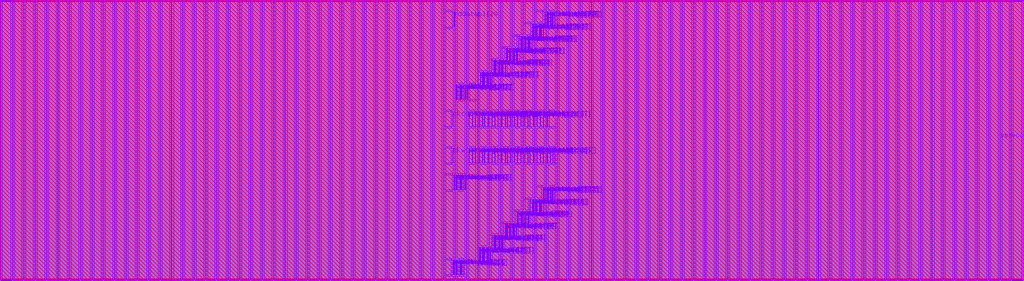
<source format=lef>
VERSION 5.8 ;
BUSBITCHARS "[]" ;
DIVIDERCHAR "/" ;

UNITS
  DATABASE MICRONS 4000 ;
END UNITS

PROPERTYDEFINITIONS
  MACRO hpml_layer STRING ;
  MACRO heml_layer STRING ;
END PROPERTYDEFINITIONS

MACRO arf028b256e2r2w0cbbeheaa4acw
  CLASS BLOCK ;
  FOREIGN arf028b256e2r2w0cbbeheaa4acw ;
  ORIGIN 0 0 ;
  SIZE 81 BY 22.08 ;
  PIN ckrdp0
    DIRECTION INPUT ;
    USE SIGNAL ;
    PORT
      LAYER m7 ;
        RECT 35.784 12.12 35.828 13.32 ;
    END
  END ckrdp0
  PIN ckrdp1
    DIRECTION INPUT ;
    USE SIGNAL ;
    PORT
      LAYER m7 ;
        RECT 40.112 12.12 40.156 13.32 ;
    END
  END ckrdp1
  PIN ckwrp0
    DIRECTION INPUT ;
    USE SIGNAL ;
    PORT
      LAYER m7 ;
        RECT 35.784 9.24 35.828 10.44 ;
    END
  END ckwrp0
  PIN ckwrp1
    DIRECTION INPUT ;
    USE SIGNAL ;
    PORT
      LAYER m7 ;
        RECT 40.372 9.24 40.416 10.44 ;
    END
  END ckwrp1
  PIN rdaddrp0[0]
    DIRECTION INPUT ;
    USE SIGNAL ;
    PORT
      LAYER m7 ;
        RECT 38.144 12.12 38.188 13.32 ;
    END
  END rdaddrp0[0]
  PIN rdaddrp0[1]
    DIRECTION INPUT ;
    USE SIGNAL ;
    PORT
      LAYER m7 ;
        RECT 38.312 12.12 38.356 13.32 ;
    END
  END rdaddrp0[1]
  PIN rdaddrp0[2]
    DIRECTION INPUT ;
    USE SIGNAL ;
    PORT
      LAYER m7 ;
        RECT 38.572 12.12 38.616 13.32 ;
    END
  END rdaddrp0[2]
  PIN rdaddrp0[3]
    DIRECTION INPUT ;
    USE SIGNAL ;
    PORT
      LAYER m7 ;
        RECT 38.872 12.12 38.916 13.32 ;
    END
  END rdaddrp0[3]
  PIN rdaddrp0[4]
    DIRECTION INPUT ;
    USE SIGNAL ;
    PORT
      LAYER m7 ;
        RECT 39.128 12.12 39.172 13.32 ;
    END
  END rdaddrp0[4]
  PIN rdaddrp0[5]
    DIRECTION INPUT ;
    USE SIGNAL ;
    PORT
      LAYER m7 ;
        RECT 39.384 12.12 39.428 13.32 ;
    END
  END rdaddrp0[5]
  PIN rdaddrp0[6]
    DIRECTION INPUT ;
    USE SIGNAL ;
    PORT
      LAYER m7 ;
        RECT 39.684 12.12 39.728 13.32 ;
    END
  END rdaddrp0[6]
  PIN rdaddrp0[7]
    DIRECTION INPUT ;
    USE SIGNAL ;
    PORT
      LAYER m7 ;
        RECT 39.944 12.12 39.988 13.32 ;
    END
  END rdaddrp0[7]
  PIN rdaddrp0_fd
    DIRECTION INPUT ;
    USE SIGNAL ;
    PORT
      LAYER m7 ;
        RECT 37.072 12.12 37.116 13.32 ;
    END
  END rdaddrp0_fd
  PIN rdaddrp0_rd
    DIRECTION INPUT ;
    USE SIGNAL ;
    PORT
      LAYER m7 ;
        RECT 37.328 12.12 37.372 13.32 ;
    END
  END rdaddrp0_rd
  PIN rdaddrp1[0]
    DIRECTION INPUT ;
    USE SIGNAL ;
    PORT
      LAYER m7 ;
        RECT 41.484 12.12 41.528 13.32 ;
    END
  END rdaddrp1[0]
  PIN rdaddrp1[1]
    DIRECTION INPUT ;
    USE SIGNAL ;
    PORT
      LAYER m7 ;
        RECT 41.744 12.12 41.788 13.32 ;
    END
  END rdaddrp1[1]
  PIN rdaddrp1[2]
    DIRECTION INPUT ;
    USE SIGNAL ;
    PORT
      LAYER m7 ;
        RECT 41.912 12.12 41.956 13.32 ;
    END
  END rdaddrp1[2]
  PIN rdaddrp1[3]
    DIRECTION INPUT ;
    USE SIGNAL ;
    PORT
      LAYER m7 ;
        RECT 42.172 12.12 42.216 13.32 ;
    END
  END rdaddrp1[3]
  PIN rdaddrp1[4]
    DIRECTION INPUT ;
    USE SIGNAL ;
    PORT
      LAYER m7 ;
        RECT 42.472 12.12 42.516 13.32 ;
    END
  END rdaddrp1[4]
  PIN rdaddrp1[5]
    DIRECTION INPUT ;
    USE SIGNAL ;
    PORT
      LAYER m7 ;
        RECT 42.728 12.12 42.772 13.32 ;
    END
  END rdaddrp1[5]
  PIN rdaddrp1[6]
    DIRECTION INPUT ;
    USE SIGNAL ;
    PORT
      LAYER m7 ;
        RECT 42.984 12.12 43.028 13.32 ;
    END
  END rdaddrp1[6]
  PIN rdaddrp1[7]
    DIRECTION INPUT ;
    USE SIGNAL ;
    PORT
      LAYER m7 ;
        RECT 43.284 12.12 43.328 13.32 ;
    END
  END rdaddrp1[7]
  PIN rdaddrp1_fd
    DIRECTION INPUT ;
    USE SIGNAL ;
    PORT
      LAYER m7 ;
        RECT 40.372 12.12 40.416 13.32 ;
    END
  END rdaddrp1_fd
  PIN rdaddrp1_rd
    DIRECTION INPUT ;
    USE SIGNAL ;
    PORT
      LAYER m7 ;
        RECT 40.672 12.12 40.716 13.32 ;
    END
  END rdaddrp1_rd
  PIN rdenp0
    DIRECTION INPUT ;
    USE SIGNAL ;
    PORT
      LAYER m7 ;
        RECT 37.584 12.12 37.628 13.32 ;
    END
  END rdenp0
  PIN rdenp1
    DIRECTION INPUT ;
    USE SIGNAL ;
    PORT
      LAYER m7 ;
        RECT 40.928 12.12 40.972 13.32 ;
    END
  END rdenp1
  PIN sdl_initp0
    DIRECTION INPUT ;
    USE SIGNAL ;
    PORT
      LAYER m7 ;
        RECT 37.884 12.12 37.928 13.32 ;
    END
  END sdl_initp0
  PIN sdl_initp1
    DIRECTION INPUT ;
    USE SIGNAL ;
    PORT
      LAYER m7 ;
        RECT 41.184 12.12 41.228 13.32 ;
    END
  END sdl_initp1
  PIN wraddrp0[0]
    DIRECTION INPUT ;
    USE SIGNAL ;
    PORT
      LAYER m7 ;
        RECT 38.312 9.24 38.356 10.44 ;
    END
  END wraddrp0[0]
  PIN wraddrp0[1]
    DIRECTION INPUT ;
    USE SIGNAL ;
    PORT
      LAYER m7 ;
        RECT 38.572 9.24 38.616 10.44 ;
    END
  END wraddrp0[1]
  PIN wraddrp0[2]
    DIRECTION INPUT ;
    USE SIGNAL ;
    PORT
      LAYER m7 ;
        RECT 38.872 9.24 38.916 10.44 ;
    END
  END wraddrp0[2]
  PIN wraddrp0[3]
    DIRECTION INPUT ;
    USE SIGNAL ;
    PORT
      LAYER m7 ;
        RECT 39.128 9.24 39.172 10.44 ;
    END
  END wraddrp0[3]
  PIN wraddrp0[4]
    DIRECTION INPUT ;
    USE SIGNAL ;
    PORT
      LAYER m7 ;
        RECT 39.384 9.24 39.428 10.44 ;
    END
  END wraddrp0[4]
  PIN wraddrp0[5]
    DIRECTION INPUT ;
    USE SIGNAL ;
    PORT
      LAYER m7 ;
        RECT 39.684 9.24 39.728 10.44 ;
    END
  END wraddrp0[5]
  PIN wraddrp0[6]
    DIRECTION INPUT ;
    USE SIGNAL ;
    PORT
      LAYER m7 ;
        RECT 39.944 9.24 39.988 10.44 ;
    END
  END wraddrp0[6]
  PIN wraddrp0[7]
    DIRECTION INPUT ;
    USE SIGNAL ;
    PORT
      LAYER m7 ;
        RECT 40.112 9.24 40.156 10.44 ;
    END
  END wraddrp0[7]
  PIN wraddrp0_fd
    DIRECTION INPUT ;
    USE SIGNAL ;
    PORT
      LAYER m7 ;
        RECT 37.072 9.24 37.116 10.44 ;
    END
  END wraddrp0_fd
  PIN wraddrp0_rd
    DIRECTION INPUT ;
    USE SIGNAL ;
    PORT
      LAYER m7 ;
        RECT 37.328 9.24 37.372 10.44 ;
    END
  END wraddrp0_rd
  PIN wraddrp1[0]
    DIRECTION INPUT ;
    USE SIGNAL ;
    PORT
      LAYER m7 ;
        RECT 41.912 9.24 41.956 10.44 ;
    END
  END wraddrp1[0]
  PIN wraddrp1[1]
    DIRECTION INPUT ;
    USE SIGNAL ;
    PORT
      LAYER m7 ;
        RECT 42.172 9.24 42.216 10.44 ;
    END
  END wraddrp1[1]
  PIN wraddrp1[2]
    DIRECTION INPUT ;
    USE SIGNAL ;
    PORT
      LAYER m7 ;
        RECT 42.472 9.24 42.516 10.44 ;
    END
  END wraddrp1[2]
  PIN wraddrp1[3]
    DIRECTION INPUT ;
    USE SIGNAL ;
    PORT
      LAYER m7 ;
        RECT 42.728 9.24 42.772 10.44 ;
    END
  END wraddrp1[3]
  PIN wraddrp1[4]
    DIRECTION INPUT ;
    USE SIGNAL ;
    PORT
      LAYER m7 ;
        RECT 42.984 9.24 43.028 10.44 ;
    END
  END wraddrp1[4]
  PIN wraddrp1[5]
    DIRECTION INPUT ;
    USE SIGNAL ;
    PORT
      LAYER m7 ;
        RECT 43.284 9.24 43.328 10.44 ;
    END
  END wraddrp1[5]
  PIN wraddrp1[6]
    DIRECTION INPUT ;
    USE SIGNAL ;
    PORT
      LAYER m7 ;
        RECT 43.544 9.24 43.588 10.44 ;
    END
  END wraddrp1[6]
  PIN wraddrp1[7]
    DIRECTION INPUT ;
    USE SIGNAL ;
    PORT
      LAYER m7 ;
        RECT 43.712 9.24 43.756 10.44 ;
    END
  END wraddrp1[7]
  PIN wraddrp1_fd
    DIRECTION INPUT ;
    USE SIGNAL ;
    PORT
      LAYER m7 ;
        RECT 40.672 9.24 40.716 10.44 ;
    END
  END wraddrp1_fd
  PIN wraddrp1_rd
    DIRECTION INPUT ;
    USE SIGNAL ;
    PORT
      LAYER m7 ;
        RECT 40.928 9.24 40.972 10.44 ;
    END
  END wraddrp1_rd
  PIN wrdatap0[0]
    DIRECTION INPUT ;
    USE SIGNAL ;
    PORT
      LAYER m7 ;
        RECT 35.784 0.36 35.828 1.56 ;
    END
  END wrdatap0[0]
  PIN wrdatap0[10]
    DIRECTION INPUT ;
    USE SIGNAL ;
    PORT
      LAYER m7 ;
        RECT 41.912 5.16 41.956 6.36 ;
    END
  END wrdatap0[10]
  PIN wrdatap0[11]
    DIRECTION INPUT ;
    USE SIGNAL ;
    PORT
      LAYER m7 ;
        RECT 42.084 5.16 42.128 6.36 ;
    END
  END wrdatap0[11]
  PIN wrdatap0[12]
    DIRECTION INPUT ;
    USE SIGNAL ;
    PORT
      LAYER m7 ;
        RECT 42.984 6.12 43.028 7.32 ;
    END
  END wrdatap0[12]
  PIN wrdatap0[13]
    DIRECTION INPUT ;
    USE SIGNAL ;
    PORT
      LAYER m7 ;
        RECT 43.072 6.12 43.116 7.32 ;
    END
  END wrdatap0[13]
  PIN wrdatap0[14]
    DIRECTION INPUT ;
    USE SIGNAL ;
    PORT
      LAYER m7 ;
        RECT 35.872 7.08 35.916 8.28 ;
    END
  END wrdatap0[14]
  PIN wrdatap0[15]
    DIRECTION INPUT ;
    USE SIGNAL ;
    PORT
      LAYER m7 ;
        RECT 36.084 7.08 36.128 8.28 ;
    END
  END wrdatap0[15]
  PIN wrdatap0[16]
    DIRECTION INPUT ;
    USE SIGNAL ;
    PORT
      LAYER m7 ;
        RECT 36.084 14.28 36.128 15.48 ;
    END
  END wrdatap0[16]
  PIN wrdatap0[17]
    DIRECTION INPUT ;
    USE SIGNAL ;
    PORT
      LAYER m7 ;
        RECT 36.172 14.28 36.216 15.48 ;
    END
  END wrdatap0[17]
  PIN wrdatap0[18]
    DIRECTION INPUT ;
    USE SIGNAL ;
    PORT
      LAYER m7 ;
        RECT 37.972 15.24 38.016 16.44 ;
    END
  END wrdatap0[18]
  PIN wrdatap0[19]
    DIRECTION INPUT ;
    USE SIGNAL ;
    PORT
      LAYER m7 ;
        RECT 38.144 15.24 38.188 16.44 ;
    END
  END wrdatap0[19]
  PIN wrdatap0[1]
    DIRECTION INPUT ;
    USE SIGNAL ;
    PORT
      LAYER m7 ;
        RECT 35.872 0.36 35.916 1.56 ;
    END
  END wrdatap0[1]
  PIN wrdatap0[20]
    DIRECTION INPUT ;
    USE SIGNAL ;
    PORT
      LAYER m7 ;
        RECT 39.044 16.2 39.088 17.4 ;
    END
  END wrdatap0[20]
  PIN wrdatap0[21]
    DIRECTION INPUT ;
    USE SIGNAL ;
    PORT
      LAYER m7 ;
        RECT 39.128 16.2 39.172 17.4 ;
    END
  END wrdatap0[21]
  PIN wrdatap0[22]
    DIRECTION INPUT ;
    USE SIGNAL ;
    PORT
      LAYER m7 ;
        RECT 40.028 17.16 40.072 18.36 ;
    END
  END wrdatap0[22]
  PIN wrdatap0[23]
    DIRECTION INPUT ;
    USE SIGNAL ;
    PORT
      LAYER m7 ;
        RECT 40.112 17.16 40.156 18.36 ;
    END
  END wrdatap0[23]
  PIN wrdatap0[24]
    DIRECTION INPUT ;
    USE SIGNAL ;
    PORT
      LAYER m7 ;
        RECT 41.012 18.12 41.056 19.32 ;
    END
  END wrdatap0[24]
  PIN wrdatap0[25]
    DIRECTION INPUT ;
    USE SIGNAL ;
    PORT
      LAYER m7 ;
        RECT 41.184 18.12 41.228 19.32 ;
    END
  END wrdatap0[25]
  PIN wrdatap0[26]
    DIRECTION INPUT ;
    USE SIGNAL ;
    PORT
      LAYER m7 ;
        RECT 42.084 19.08 42.128 20.28 ;
    END
  END wrdatap0[26]
  PIN wrdatap0[27]
    DIRECTION INPUT ;
    USE SIGNAL ;
    PORT
      LAYER m7 ;
        RECT 42.172 19.08 42.216 20.28 ;
    END
  END wrdatap0[27]
  PIN wrdatap0[28]
    DIRECTION INPUT ;
    USE SIGNAL ;
    PORT
      LAYER m7 ;
        RECT 43.072 20.04 43.116 21.24 ;
    END
  END wrdatap0[28]
  PIN wrdatap0[29]
    DIRECTION INPUT ;
    USE SIGNAL ;
    PORT
      LAYER m7 ;
        RECT 43.284 20.04 43.328 21.24 ;
    END
  END wrdatap0[29]
  PIN wrdatap0[2]
    DIRECTION INPUT ;
    USE SIGNAL ;
    PORT
      LAYER m7 ;
        RECT 37.884 1.32 37.928 2.52 ;
    END
  END wrdatap0[2]
  PIN wrdatap0[3]
    DIRECTION INPUT ;
    USE SIGNAL ;
    PORT
      LAYER m7 ;
        RECT 37.972 1.32 38.016 2.52 ;
    END
  END wrdatap0[3]
  PIN wrdatap0[4]
    DIRECTION INPUT ;
    USE SIGNAL ;
    PORT
      LAYER m7 ;
        RECT 38.872 2.28 38.916 3.48 ;
    END
  END wrdatap0[4]
  PIN wrdatap0[5]
    DIRECTION INPUT ;
    USE SIGNAL ;
    PORT
      LAYER m7 ;
        RECT 39.044 2.28 39.088 3.48 ;
    END
  END wrdatap0[5]
  PIN wrdatap0[6]
    DIRECTION INPUT ;
    USE SIGNAL ;
    PORT
      LAYER m7 ;
        RECT 39.944 3.24 39.988 4.44 ;
    END
  END wrdatap0[6]
  PIN wrdatap0[7]
    DIRECTION INPUT ;
    USE SIGNAL ;
    PORT
      LAYER m7 ;
        RECT 40.028 3.24 40.072 4.44 ;
    END
  END wrdatap0[7]
  PIN wrdatap0[8]
    DIRECTION INPUT ;
    USE SIGNAL ;
    PORT
      LAYER m7 ;
        RECT 40.928 4.2 40.972 5.4 ;
    END
  END wrdatap0[8]
  PIN wrdatap0[9]
    DIRECTION INPUT ;
    USE SIGNAL ;
    PORT
      LAYER m7 ;
        RECT 41.012 4.2 41.056 5.4 ;
    END
  END wrdatap0[9]
  PIN wrdatap0_fd
    DIRECTION INPUT ;
    USE SIGNAL ;
    PORT
      LAYER m7 ;
        RECT 37.884 9.24 37.928 10.44 ;
    END
  END wrdatap0_fd
  PIN wrdatap0_rd
    DIRECTION INPUT ;
    USE SIGNAL ;
    PORT
      LAYER m7 ;
        RECT 38.144 9.24 38.188 10.44 ;
    END
  END wrdatap0_rd
  PIN wrdatap1[0]
    DIRECTION INPUT ;
    USE SIGNAL ;
    PORT
      LAYER m7 ;
        RECT 36.084 0.36 36.128 1.56 ;
    END
  END wrdatap1[0]
  PIN wrdatap1[10]
    DIRECTION INPUT ;
    USE SIGNAL ;
    PORT
      LAYER m7 ;
        RECT 42.172 5.16 42.216 6.36 ;
    END
  END wrdatap1[10]
  PIN wrdatap1[11]
    DIRECTION INPUT ;
    USE SIGNAL ;
    PORT
      LAYER m7 ;
        RECT 42.384 5.16 42.428 6.36 ;
    END
  END wrdatap1[11]
  PIN wrdatap1[12]
    DIRECTION INPUT ;
    USE SIGNAL ;
    PORT
      LAYER m7 ;
        RECT 43.284 6.12 43.328 7.32 ;
    END
  END wrdatap1[12]
  PIN wrdatap1[13]
    DIRECTION INPUT ;
    USE SIGNAL ;
    PORT
      LAYER m7 ;
        RECT 43.372 6.12 43.416 7.32 ;
    END
  END wrdatap1[13]
  PIN wrdatap1[14]
    DIRECTION INPUT ;
    USE SIGNAL ;
    PORT
      LAYER m7 ;
        RECT 36.172 7.08 36.216 8.28 ;
    END
  END wrdatap1[14]
  PIN wrdatap1[15]
    DIRECTION INPUT ;
    USE SIGNAL ;
    PORT
      LAYER m7 ;
        RECT 36.344 7.08 36.388 8.28 ;
    END
  END wrdatap1[15]
  PIN wrdatap1[16]
    DIRECTION INPUT ;
    USE SIGNAL ;
    PORT
      LAYER m7 ;
        RECT 36.344 14.28 36.388 15.48 ;
    END
  END wrdatap1[16]
  PIN wrdatap1[17]
    DIRECTION INPUT ;
    USE SIGNAL ;
    PORT
      LAYER m7 ;
        RECT 36.428 14.28 36.472 15.48 ;
    END
  END wrdatap1[17]
  PIN wrdatap1[18]
    DIRECTION INPUT ;
    USE SIGNAL ;
    PORT
      LAYER m7 ;
        RECT 38.228 15.24 38.272 16.44 ;
    END
  END wrdatap1[18]
  PIN wrdatap1[19]
    DIRECTION INPUT ;
    USE SIGNAL ;
    PORT
      LAYER m7 ;
        RECT 38.312 15.24 38.356 16.44 ;
    END
  END wrdatap1[19]
  PIN wrdatap1[1]
    DIRECTION INPUT ;
    USE SIGNAL ;
    PORT
      LAYER m7 ;
        RECT 36.172 0.36 36.216 1.56 ;
    END
  END wrdatap1[1]
  PIN wrdatap1[20]
    DIRECTION INPUT ;
    USE SIGNAL ;
    PORT
      LAYER m7 ;
        RECT 39.212 16.2 39.256 17.4 ;
    END
  END wrdatap1[20]
  PIN wrdatap1[21]
    DIRECTION INPUT ;
    USE SIGNAL ;
    PORT
      LAYER m7 ;
        RECT 39.384 16.2 39.428 17.4 ;
    END
  END wrdatap1[21]
  PIN wrdatap1[22]
    DIRECTION INPUT ;
    USE SIGNAL ;
    PORT
      LAYER m7 ;
        RECT 40.284 17.16 40.328 18.36 ;
    END
  END wrdatap1[22]
  PIN wrdatap1[23]
    DIRECTION INPUT ;
    USE SIGNAL ;
    PORT
      LAYER m7 ;
        RECT 40.372 17.16 40.416 18.36 ;
    END
  END wrdatap1[23]
  PIN wrdatap1[24]
    DIRECTION INPUT ;
    USE SIGNAL ;
    PORT
      LAYER m7 ;
        RECT 41.272 18.12 41.316 19.32 ;
    END
  END wrdatap1[24]
  PIN wrdatap1[25]
    DIRECTION INPUT ;
    USE SIGNAL ;
    PORT
      LAYER m7 ;
        RECT 41.484 18.12 41.528 19.32 ;
    END
  END wrdatap1[25]
  PIN wrdatap1[26]
    DIRECTION INPUT ;
    USE SIGNAL ;
    PORT
      LAYER m7 ;
        RECT 42.384 19.08 42.428 20.28 ;
    END
  END wrdatap1[26]
  PIN wrdatap1[27]
    DIRECTION INPUT ;
    USE SIGNAL ;
    PORT
      LAYER m7 ;
        RECT 42.472 19.08 42.516 20.28 ;
    END
  END wrdatap1[27]
  PIN wrdatap1[28]
    DIRECTION INPUT ;
    USE SIGNAL ;
    PORT
      LAYER m7 ;
        RECT 43.372 20.04 43.416 21.24 ;
    END
  END wrdatap1[28]
  PIN wrdatap1[29]
    DIRECTION INPUT ;
    USE SIGNAL ;
    PORT
      LAYER m7 ;
        RECT 43.544 20.04 43.588 21.24 ;
    END
  END wrdatap1[29]
  PIN wrdatap1[2]
    DIRECTION INPUT ;
    USE SIGNAL ;
    PORT
      LAYER m7 ;
        RECT 38.144 1.32 38.188 2.52 ;
    END
  END wrdatap1[2]
  PIN wrdatap1[3]
    DIRECTION INPUT ;
    USE SIGNAL ;
    PORT
      LAYER m7 ;
        RECT 38.228 1.32 38.272 2.52 ;
    END
  END wrdatap1[3]
  PIN wrdatap1[4]
    DIRECTION INPUT ;
    USE SIGNAL ;
    PORT
      LAYER m7 ;
        RECT 39.128 2.28 39.172 3.48 ;
    END
  END wrdatap1[4]
  PIN wrdatap1[5]
    DIRECTION INPUT ;
    USE SIGNAL ;
    PORT
      LAYER m7 ;
        RECT 39.212 2.28 39.256 3.48 ;
    END
  END wrdatap1[5]
  PIN wrdatap1[6]
    DIRECTION INPUT ;
    USE SIGNAL ;
    PORT
      LAYER m7 ;
        RECT 40.112 3.24 40.156 4.44 ;
    END
  END wrdatap1[6]
  PIN wrdatap1[7]
    DIRECTION INPUT ;
    USE SIGNAL ;
    PORT
      LAYER m7 ;
        RECT 40.284 3.24 40.328 4.44 ;
    END
  END wrdatap1[7]
  PIN wrdatap1[8]
    DIRECTION INPUT ;
    USE SIGNAL ;
    PORT
      LAYER m7 ;
        RECT 41.184 4.2 41.228 5.4 ;
    END
  END wrdatap1[8]
  PIN wrdatap1[9]
    DIRECTION INPUT ;
    USE SIGNAL ;
    PORT
      LAYER m7 ;
        RECT 41.272 4.2 41.316 5.4 ;
    END
  END wrdatap1[9]
  PIN wrdatap1_fd
    DIRECTION INPUT ;
    USE SIGNAL ;
    PORT
      LAYER m7 ;
        RECT 41.484 9.24 41.528 10.44 ;
    END
  END wrdatap1_fd
  PIN wrdatap1_rd
    DIRECTION INPUT ;
    USE SIGNAL ;
    PORT
      LAYER m7 ;
        RECT 41.744 9.24 41.788 10.44 ;
    END
  END wrdatap1_rd
  PIN wrenp0
    DIRECTION INPUT ;
    USE SIGNAL ;
    PORT
      LAYER m7 ;
        RECT 37.584 9.24 37.628 10.44 ;
    END
  END wrenp0
  PIN wrenp1
    DIRECTION INPUT ;
    USE SIGNAL ;
    PORT
      LAYER m7 ;
        RECT 41.184 9.24 41.228 10.44 ;
    END
  END wrenp1
  PIN rddatap0[0]
    DIRECTION OUTPUT ;
    USE SIGNAL ;
    PORT
      LAYER m7 ;
        RECT 36.344 0.36 36.388 1.56 ;
    END
  END rddatap0[0]
  PIN rddatap0[10]
    DIRECTION OUTPUT ;
    USE SIGNAL ;
    PORT
      LAYER m7 ;
        RECT 42.472 5.16 42.516 6.36 ;
    END
  END rddatap0[10]
  PIN rddatap0[11]
    DIRECTION OUTPUT ;
    USE SIGNAL ;
    PORT
      LAYER m7 ;
        RECT 42.644 5.16 42.688 6.36 ;
    END
  END rddatap0[11]
  PIN rddatap0[12]
    DIRECTION OUTPUT ;
    USE SIGNAL ;
    PORT
      LAYER m7 ;
        RECT 43.544 6.12 43.588 7.32 ;
    END
  END rddatap0[12]
  PIN rddatap0[13]
    DIRECTION OUTPUT ;
    USE SIGNAL ;
    PORT
      LAYER m7 ;
        RECT 43.628 6.12 43.672 7.32 ;
    END
  END rddatap0[13]
  PIN rddatap0[14]
    DIRECTION OUTPUT ;
    USE SIGNAL ;
    PORT
      LAYER m7 ;
        RECT 36.428 7.08 36.472 8.28 ;
    END
  END rddatap0[14]
  PIN rddatap0[15]
    DIRECTION OUTPUT ;
    USE SIGNAL ;
    PORT
      LAYER m7 ;
        RECT 36.512 7.08 36.556 8.28 ;
    END
  END rddatap0[15]
  PIN rddatap0[16]
    DIRECTION OUTPUT ;
    USE SIGNAL ;
    PORT
      LAYER m7 ;
        RECT 36.512 14.28 36.556 15.48 ;
    END
  END rddatap0[16]
  PIN rddatap0[17]
    DIRECTION OUTPUT ;
    USE SIGNAL ;
    PORT
      LAYER m7 ;
        RECT 36.684 14.28 36.728 15.48 ;
    END
  END rddatap0[17]
  PIN rddatap0[18]
    DIRECTION OUTPUT ;
    USE SIGNAL ;
    PORT
      LAYER m7 ;
        RECT 38.484 15.24 38.528 16.44 ;
    END
  END rddatap0[18]
  PIN rddatap0[19]
    DIRECTION OUTPUT ;
    USE SIGNAL ;
    PORT
      LAYER m7 ;
        RECT 38.572 15.24 38.616 16.44 ;
    END
  END rddatap0[19]
  PIN rddatap0[1]
    DIRECTION OUTPUT ;
    USE SIGNAL ;
    PORT
      LAYER m7 ;
        RECT 36.428 0.36 36.472 1.56 ;
    END
  END rddatap0[1]
  PIN rddatap0[20]
    DIRECTION OUTPUT ;
    USE SIGNAL ;
    PORT
      LAYER m7 ;
        RECT 39.472 16.2 39.516 17.4 ;
    END
  END rddatap0[20]
  PIN rddatap0[21]
    DIRECTION OUTPUT ;
    USE SIGNAL ;
    PORT
      LAYER m7 ;
        RECT 39.684 16.2 39.728 17.4 ;
    END
  END rddatap0[21]
  PIN rddatap0[22]
    DIRECTION OUTPUT ;
    USE SIGNAL ;
    PORT
      LAYER m7 ;
        RECT 40.584 17.16 40.628 18.36 ;
    END
  END rddatap0[22]
  PIN rddatap0[23]
    DIRECTION OUTPUT ;
    USE SIGNAL ;
    PORT
      LAYER m7 ;
        RECT 40.672 17.16 40.716 18.36 ;
    END
  END rddatap0[23]
  PIN rddatap0[24]
    DIRECTION OUTPUT ;
    USE SIGNAL ;
    PORT
      LAYER m7 ;
        RECT 41.572 18.12 41.616 19.32 ;
    END
  END rddatap0[24]
  PIN rddatap0[25]
    DIRECTION OUTPUT ;
    USE SIGNAL ;
    PORT
      LAYER m7 ;
        RECT 41.744 18.12 41.788 19.32 ;
    END
  END rddatap0[25]
  PIN rddatap0[26]
    DIRECTION OUTPUT ;
    USE SIGNAL ;
    PORT
      LAYER m7 ;
        RECT 42.644 19.08 42.688 20.28 ;
    END
  END rddatap0[26]
  PIN rddatap0[27]
    DIRECTION OUTPUT ;
    USE SIGNAL ;
    PORT
      LAYER m7 ;
        RECT 42.728 19.08 42.772 20.28 ;
    END
  END rddatap0[27]
  PIN rddatap0[28]
    DIRECTION OUTPUT ;
    USE SIGNAL ;
    PORT
      LAYER m7 ;
        RECT 43.628 20.04 43.672 21.24 ;
    END
  END rddatap0[28]
  PIN rddatap0[29]
    DIRECTION OUTPUT ;
    USE SIGNAL ;
    PORT
      LAYER m7 ;
        RECT 43.712 20.04 43.756 21.24 ;
    END
  END rddatap0[29]
  PIN rddatap0[2]
    DIRECTION OUTPUT ;
    USE SIGNAL ;
    PORT
      LAYER m7 ;
        RECT 38.312 1.32 38.356 2.52 ;
    END
  END rddatap0[2]
  PIN rddatap0[3]
    DIRECTION OUTPUT ;
    USE SIGNAL ;
    PORT
      LAYER m7 ;
        RECT 38.484 1.32 38.528 2.52 ;
    END
  END rddatap0[3]
  PIN rddatap0[4]
    DIRECTION OUTPUT ;
    USE SIGNAL ;
    PORT
      LAYER m7 ;
        RECT 39.384 2.28 39.428 3.48 ;
    END
  END rddatap0[4]
  PIN rddatap0[5]
    DIRECTION OUTPUT ;
    USE SIGNAL ;
    PORT
      LAYER m7 ;
        RECT 39.472 2.28 39.516 3.48 ;
    END
  END rddatap0[5]
  PIN rddatap0[6]
    DIRECTION OUTPUT ;
    USE SIGNAL ;
    PORT
      LAYER m7 ;
        RECT 40.372 3.24 40.416 4.44 ;
    END
  END rddatap0[6]
  PIN rddatap0[7]
    DIRECTION OUTPUT ;
    USE SIGNAL ;
    PORT
      LAYER m7 ;
        RECT 40.584 3.24 40.628 4.44 ;
    END
  END rddatap0[7]
  PIN rddatap0[8]
    DIRECTION OUTPUT ;
    USE SIGNAL ;
    PORT
      LAYER m7 ;
        RECT 41.484 4.2 41.528 5.4 ;
    END
  END rddatap0[8]
  PIN rddatap0[9]
    DIRECTION OUTPUT ;
    USE SIGNAL ;
    PORT
      LAYER m7 ;
        RECT 41.572 4.2 41.616 5.4 ;
    END
  END rddatap0[9]
  PIN rddatap1[0]
    DIRECTION OUTPUT ;
    USE SIGNAL ;
    PORT
      LAYER m7 ;
        RECT 36.512 0.36 36.556 1.56 ;
    END
  END rddatap1[0]
  PIN rddatap1[10]
    DIRECTION OUTPUT ;
    USE SIGNAL ;
    PORT
      LAYER m7 ;
        RECT 42.728 5.16 42.772 6.36 ;
    END
  END rddatap1[10]
  PIN rddatap1[11]
    DIRECTION OUTPUT ;
    USE SIGNAL ;
    PORT
      LAYER m7 ;
        RECT 42.812 5.16 42.856 6.36 ;
    END
  END rddatap1[11]
  PIN rddatap1[12]
    DIRECTION OUTPUT ;
    USE SIGNAL ;
    PORT
      LAYER m7 ;
        RECT 43.712 6.12 43.756 7.32 ;
    END
  END rddatap1[12]
  PIN rddatap1[13]
    DIRECTION OUTPUT ;
    USE SIGNAL ;
    PORT
      LAYER m7 ;
        RECT 43.884 6.12 43.928 7.32 ;
    END
  END rddatap1[13]
  PIN rddatap1[14]
    DIRECTION OUTPUT ;
    USE SIGNAL ;
    PORT
      LAYER m7 ;
        RECT 36.684 7.08 36.728 8.28 ;
    END
  END rddatap1[14]
  PIN rddatap1[15]
    DIRECTION OUTPUT ;
    USE SIGNAL ;
    PORT
      LAYER m7 ;
        RECT 36.772 7.08 36.816 8.28 ;
    END
  END rddatap1[15]
  PIN rddatap1[16]
    DIRECTION OUTPUT ;
    USE SIGNAL ;
    PORT
      LAYER m7 ;
        RECT 36.772 14.28 36.816 15.48 ;
    END
  END rddatap1[16]
  PIN rddatap1[17]
    DIRECTION OUTPUT ;
    USE SIGNAL ;
    PORT
      LAYER m7 ;
        RECT 36.984 14.28 37.028 15.48 ;
    END
  END rddatap1[17]
  PIN rddatap1[18]
    DIRECTION OUTPUT ;
    USE SIGNAL ;
    PORT
      LAYER m7 ;
        RECT 38.784 15.24 38.828 16.44 ;
    END
  END rddatap1[18]
  PIN rddatap1[19]
    DIRECTION OUTPUT ;
    USE SIGNAL ;
    PORT
      LAYER m7 ;
        RECT 38.872 15.24 38.916 16.44 ;
    END
  END rddatap1[19]
  PIN rddatap1[1]
    DIRECTION OUTPUT ;
    USE SIGNAL ;
    PORT
      LAYER m7 ;
        RECT 36.684 0.36 36.728 1.56 ;
    END
  END rddatap1[1]
  PIN rddatap1[20]
    DIRECTION OUTPUT ;
    USE SIGNAL ;
    PORT
      LAYER m7 ;
        RECT 39.772 16.2 39.816 17.4 ;
    END
  END rddatap1[20]
  PIN rddatap1[21]
    DIRECTION OUTPUT ;
    USE SIGNAL ;
    PORT
      LAYER m7 ;
        RECT 39.944 16.2 39.988 17.4 ;
    END
  END rddatap1[21]
  PIN rddatap1[22]
    DIRECTION OUTPUT ;
    USE SIGNAL ;
    PORT
      LAYER m7 ;
        RECT 40.844 17.16 40.888 18.36 ;
    END
  END rddatap1[22]
  PIN rddatap1[23]
    DIRECTION OUTPUT ;
    USE SIGNAL ;
    PORT
      LAYER m7 ;
        RECT 40.928 17.16 40.972 18.36 ;
    END
  END rddatap1[23]
  PIN rddatap1[24]
    DIRECTION OUTPUT ;
    USE SIGNAL ;
    PORT
      LAYER m7 ;
        RECT 41.828 18.12 41.872 19.32 ;
    END
  END rddatap1[24]
  PIN rddatap1[25]
    DIRECTION OUTPUT ;
    USE SIGNAL ;
    PORT
      LAYER m7 ;
        RECT 41.912 18.12 41.956 19.32 ;
    END
  END rddatap1[25]
  PIN rddatap1[26]
    DIRECTION OUTPUT ;
    USE SIGNAL ;
    PORT
      LAYER m7 ;
        RECT 42.812 19.08 42.856 20.28 ;
    END
  END rddatap1[26]
  PIN rddatap1[27]
    DIRECTION OUTPUT ;
    USE SIGNAL ;
    PORT
      LAYER m7 ;
        RECT 42.984 19.08 43.028 20.28 ;
    END
  END rddatap1[27]
  PIN rddatap1[28]
    DIRECTION OUTPUT ;
    USE SIGNAL ;
    PORT
      LAYER m7 ;
        RECT 43.884 20.04 43.928 21.24 ;
    END
  END rddatap1[28]
  PIN rddatap1[29]
    DIRECTION OUTPUT ;
    USE SIGNAL ;
    PORT
      LAYER m7 ;
        RECT 35.872 20.04 35.916 21.24 ;
    END
  END rddatap1[29]
  PIN rddatap1[2]
    DIRECTION OUTPUT ;
    USE SIGNAL ;
    PORT
      LAYER m7 ;
        RECT 38.572 1.32 38.616 2.52 ;
    END
  END rddatap1[2]
  PIN rddatap1[3]
    DIRECTION OUTPUT ;
    USE SIGNAL ;
    PORT
      LAYER m7 ;
        RECT 38.784 1.32 38.828 2.52 ;
    END
  END rddatap1[3]
  PIN rddatap1[4]
    DIRECTION OUTPUT ;
    USE SIGNAL ;
    PORT
      LAYER m7 ;
        RECT 39.684 2.28 39.728 3.48 ;
    END
  END rddatap1[4]
  PIN rddatap1[5]
    DIRECTION OUTPUT ;
    USE SIGNAL ;
    PORT
      LAYER m7 ;
        RECT 39.772 2.28 39.816 3.48 ;
    END
  END rddatap1[5]
  PIN rddatap1[6]
    DIRECTION OUTPUT ;
    USE SIGNAL ;
    PORT
      LAYER m7 ;
        RECT 40.672 3.24 40.716 4.44 ;
    END
  END rddatap1[6]
  PIN rddatap1[7]
    DIRECTION OUTPUT ;
    USE SIGNAL ;
    PORT
      LAYER m7 ;
        RECT 40.844 3.24 40.888 4.44 ;
    END
  END rddatap1[7]
  PIN rddatap1[8]
    DIRECTION OUTPUT ;
    USE SIGNAL ;
    PORT
      LAYER m7 ;
        RECT 41.744 4.2 41.788 5.4 ;
    END
  END rddatap1[8]
  PIN rddatap1[9]
    DIRECTION OUTPUT ;
    USE SIGNAL ;
    PORT
      LAYER m7 ;
        RECT 41.828 4.2 41.872 5.4 ;
    END
  END rddatap1[9]
  PIN vcc
    DIRECTION INPUT ;
    USE POWER ;
    PORT
      LAYER m7 ;
        RECT 0.862 0.06 0.938 22.02 ;
        RECT 2.662 0.06 2.738 22.02 ;
        RECT 4.462 0.06 4.538 22.02 ;
        RECT 6.262 0.06 6.338 22.02 ;
        RECT 8.062 0.06 8.138 22.02 ;
        RECT 9.862 0.06 9.938 22.02 ;
        RECT 11.662 0.06 11.738 22.02 ;
        RECT 13.462 0.06 13.538 22.02 ;
        RECT 15.262 0.06 15.338 22.02 ;
        RECT 17.062 0.06 17.138 22.02 ;
        RECT 18.862 0.06 18.938 22.02 ;
        RECT 20.662 0.06 20.738 22.02 ;
        RECT 22.462 0.06 22.538 22.02 ;
        RECT 24.262 0.06 24.338 22.02 ;
        RECT 26.062 0.06 26.138 22.02 ;
        RECT 27.862 0.06 27.938 22.02 ;
        RECT 29.662 0.06 29.738 22.02 ;
        RECT 31.462 0.06 31.538 22.02 ;
        RECT 33.262 0.06 33.338 22.02 ;
        RECT 35.062 0.06 35.138 22.02 ;
        RECT 36.862 0.06 36.938 22.02 ;
        RECT 38.662 0.06 38.738 22.02 ;
        RECT 40.462 0.06 40.538 22.02 ;
        RECT 42.262 0.06 42.338 22.02 ;
        RECT 44.062 0.06 44.138 22.02 ;
        RECT 45.862 0.06 45.938 22.02 ;
        RECT 47.662 0.06 47.738 22.02 ;
        RECT 49.462 0.06 49.538 22.02 ;
        RECT 51.262 0.06 51.338 22.02 ;
        RECT 53.062 0.06 53.138 22.02 ;
        RECT 54.862 0.06 54.938 22.02 ;
        RECT 56.662 0.06 56.738 22.02 ;
        RECT 58.462 0.06 58.538 22.02 ;
        RECT 60.262 0.06 60.338 22.02 ;
        RECT 62.062 0.06 62.138 22.02 ;
        RECT 63.862 0.06 63.938 22.02 ;
        RECT 65.662 0.06 65.738 22.02 ;
        RECT 67.462 0.06 67.538 22.02 ;
        RECT 69.262 0.06 69.338 22.02 ;
        RECT 71.062 0.06 71.138 22.02 ;
        RECT 72.862 0.06 72.938 22.02 ;
        RECT 74.662 0.06 74.738 22.02 ;
        RECT 76.462 0.06 76.538 22.02 ;
        RECT 78.262 0.06 78.338 22.02 ;
        RECT 80.062 0.06 80.138 22.02 ;
    END
  END vcc
  PIN vss
    DIRECTION INOUT ;
    USE GROUND ;
    PORT
      LAYER m7 ;
        RECT 1.762 0.06 1.838 22.02 ;
        RECT 3.562 0.06 3.638 22.02 ;
        RECT 5.362 0.06 5.438 22.02 ;
        RECT 7.162 0.06 7.238 22.02 ;
        RECT 8.962 0.06 9.038 22.02 ;
        RECT 10.762 0.06 10.838 22.02 ;
        RECT 12.562 0.06 12.638 22.02 ;
        RECT 14.362 0.06 14.438 22.02 ;
        RECT 16.162 0.06 16.238 22.02 ;
        RECT 17.962 0.06 18.038 22.02 ;
        RECT 19.762 0.06 19.838 22.02 ;
        RECT 21.562 0.06 21.638 22.02 ;
        RECT 23.362 0.06 23.438 22.02 ;
        RECT 25.162 0.06 25.238 22.02 ;
        RECT 26.962 0.06 27.038 22.02 ;
        RECT 28.762 0.06 28.838 22.02 ;
        RECT 30.562 0.06 30.638 22.02 ;
        RECT 32.362 0.06 32.438 22.02 ;
        RECT 34.162 0.06 34.238 22.02 ;
        RECT 35.962 0.06 36.038 22.02 ;
        RECT 37.762 0.06 37.838 22.02 ;
        RECT 39.562 0.06 39.638 22.02 ;
        RECT 41.362 0.06 41.438 22.02 ;
        RECT 43.162 0.06 43.238 22.02 ;
        RECT 44.962 0.06 45.038 22.02 ;
        RECT 46.762 0.06 46.838 22.02 ;
        RECT 48.562 0.06 48.638 22.02 ;
        RECT 50.362 0.06 50.438 22.02 ;
        RECT 52.162 0.06 52.238 22.02 ;
        RECT 53.962 0.06 54.038 22.02 ;
        RECT 55.762 0.06 55.838 22.02 ;
        RECT 57.562 0.06 57.638 22.02 ;
        RECT 59.362 0.06 59.438 22.02 ;
        RECT 61.162 0.06 61.238 22.02 ;
        RECT 62.962 0.06 63.038 22.02 ;
        RECT 64.762 0.06 64.838 22.02 ;
        RECT 66.562 0.06 66.638 22.02 ;
        RECT 68.362 0.06 68.438 22.02 ;
        RECT 70.162 0.06 70.238 22.02 ;
        RECT 71.962 0.06 72.038 22.02 ;
        RECT 73.762 0.06 73.838 22.02 ;
        RECT 75.562 0.06 75.638 22.02 ;
        RECT 77.362 0.06 77.438 22.02 ;
        RECT 79.162 0.06 79.238 22.02 ;
    END
  END vss
  OBS
    LAYER m0 SPACING 0 ;
      RECT -0.016 -0.014 81.016 22.094 ;
    LAYER m1 SPACING 0 ;
      RECT -0.02 -0.02 81.02 22.1 ;
    LAYER m2 SPACING 0 ;
      RECT -0.0705 -0.038 81.0705 22.118 ;
    LAYER m3 SPACING 0 ;
      RECT -0.035 -0.07 81.035 22.15 ;
    LAYER m4 SPACING 0 ;
      RECT -0.07 -0.038 81.07 22.118 ;
    LAYER m5 SPACING 0 ;
      RECT -0.059 -0.09 81.059 22.17 ;
    LAYER m6 SPACING 0 ;
      RECT -0.09 -0.062 81.09 22.142 ;
    LAYER m7 SPACING 0 ;
      RECT 80.138 22.14 81.04 22.2 ;
      RECT 80.138 -0.06 81.092 22.14 ;
      RECT 80.138 -0.12 81.04 -0.06 ;
      RECT 79.238 -0.12 80.062 22.2 ;
      RECT 78.338 -0.12 79.162 22.2 ;
      RECT 77.438 -0.12 78.262 22.2 ;
      RECT 76.538 -0.12 77.362 22.2 ;
      RECT 75.638 -0.12 76.462 22.2 ;
      RECT 74.738 -0.12 75.562 22.2 ;
      RECT 73.838 -0.12 74.662 22.2 ;
      RECT 72.938 -0.12 73.762 22.2 ;
      RECT 72.038 -0.12 72.862 22.2 ;
      RECT 71.138 -0.12 71.962 22.2 ;
      RECT 70.238 -0.12 71.062 22.2 ;
      RECT 69.338 -0.12 70.162 22.2 ;
      RECT 68.438 -0.12 69.262 22.2 ;
      RECT 67.538 -0.12 68.362 22.2 ;
      RECT 66.638 -0.12 67.462 22.2 ;
      RECT 65.738 -0.12 66.562 22.2 ;
      RECT 64.838 -0.12 65.662 22.2 ;
      RECT 63.938 -0.12 64.762 22.2 ;
      RECT 63.038 -0.12 63.862 22.2 ;
      RECT 62.138 -0.12 62.962 22.2 ;
      RECT 61.238 -0.12 62.062 22.2 ;
      RECT 60.338 -0.12 61.162 22.2 ;
      RECT 59.438 -0.12 60.262 22.2 ;
      RECT 58.538 -0.12 59.362 22.2 ;
      RECT 57.638 -0.12 58.462 22.2 ;
      RECT 56.738 -0.12 57.562 22.2 ;
      RECT 55.838 -0.12 56.662 22.2 ;
      RECT 54.938 -0.12 55.762 22.2 ;
      RECT 54.038 -0.12 54.862 22.2 ;
      RECT 53.138 -0.12 53.962 22.2 ;
      RECT 52.238 -0.12 53.062 22.2 ;
      RECT 51.338 -0.12 52.162 22.2 ;
      RECT 50.438 -0.12 51.262 22.2 ;
      RECT 49.538 -0.12 50.362 22.2 ;
      RECT 48.638 -0.12 49.462 22.2 ;
      RECT 47.738 -0.12 48.562 22.2 ;
      RECT 46.838 -0.12 47.662 22.2 ;
      RECT 45.938 -0.12 46.762 22.2 ;
      RECT 45.038 -0.12 45.862 22.2 ;
      RECT 44.138 -0.12 44.962 22.2 ;
      RECT 43.238 21.24 44.062 22.2 ;
      RECT 43.238 20.04 43.284 21.24 ;
      RECT 43.328 20.04 43.372 21.24 ;
      RECT 43.416 20.04 43.544 21.24 ;
      RECT 43.588 20.04 43.628 21.24 ;
      RECT 43.672 20.04 43.712 21.24 ;
      RECT 43.756 20.04 43.884 21.24 ;
      RECT 43.928 20.04 44.062 21.24 ;
      RECT 43.238 13.32 44.062 20.04 ;
      RECT 43.238 12.12 43.284 13.32 ;
      RECT 43.328 12.12 44.062 13.32 ;
      RECT 43.238 10.44 44.062 12.12 ;
      RECT 43.238 9.24 43.284 10.44 ;
      RECT 43.328 9.24 43.544 10.44 ;
      RECT 43.588 9.24 43.712 10.44 ;
      RECT 43.756 9.24 44.062 10.44 ;
      RECT 43.238 7.32 44.062 9.24 ;
      RECT 43.238 6.12 43.284 7.32 ;
      RECT 43.328 6.12 43.372 7.32 ;
      RECT 43.416 6.12 43.544 7.32 ;
      RECT 43.588 6.12 43.628 7.32 ;
      RECT 43.672 6.12 43.712 7.32 ;
      RECT 43.756 6.12 43.884 7.32 ;
      RECT 43.928 6.12 44.062 7.32 ;
      RECT 43.238 -0.12 44.062 6.12 ;
      RECT 42.338 21.24 43.162 22.2 ;
      RECT 42.338 20.28 43.072 21.24 ;
      RECT 43.116 20.04 43.162 21.24 ;
      RECT 43.028 20.04 43.072 20.28 ;
      RECT 42.338 19.08 42.384 20.28 ;
      RECT 42.428 19.08 42.472 20.28 ;
      RECT 42.516 19.08 42.644 20.28 ;
      RECT 42.688 19.08 42.728 20.28 ;
      RECT 42.772 19.08 42.812 20.28 ;
      RECT 42.856 19.08 42.984 20.28 ;
      RECT 43.028 19.08 43.162 20.04 ;
      RECT 42.338 13.32 43.162 19.08 ;
      RECT 42.338 12.12 42.472 13.32 ;
      RECT 42.516 12.12 42.728 13.32 ;
      RECT 42.772 12.12 42.984 13.32 ;
      RECT 43.028 12.12 43.162 13.32 ;
      RECT 42.338 10.44 43.162 12.12 ;
      RECT 42.338 9.24 42.472 10.44 ;
      RECT 42.516 9.24 42.728 10.44 ;
      RECT 42.772 9.24 42.984 10.44 ;
      RECT 43.028 9.24 43.162 10.44 ;
      RECT 42.338 7.32 43.162 9.24 ;
      RECT 42.338 6.36 42.984 7.32 ;
      RECT 43.028 6.12 43.072 7.32 ;
      RECT 43.116 6.12 43.162 7.32 ;
      RECT 42.856 6.12 42.984 6.36 ;
      RECT 42.338 5.16 42.384 6.36 ;
      RECT 42.428 5.16 42.472 6.36 ;
      RECT 42.516 5.16 42.644 6.36 ;
      RECT 42.688 5.16 42.728 6.36 ;
      RECT 42.772 5.16 42.812 6.36 ;
      RECT 42.856 5.16 43.162 6.12 ;
      RECT 42.338 -0.12 43.162 5.16 ;
      RECT 41.438 20.28 42.262 22.2 ;
      RECT 41.438 19.32 42.084 20.28 ;
      RECT 42.128 19.08 42.172 20.28 ;
      RECT 42.216 19.08 42.262 20.28 ;
      RECT 41.956 19.08 42.084 19.32 ;
      RECT 41.438 18.12 41.484 19.32 ;
      RECT 41.528 18.12 41.572 19.32 ;
      RECT 41.616 18.12 41.744 19.32 ;
      RECT 41.788 18.12 41.828 19.32 ;
      RECT 41.872 18.12 41.912 19.32 ;
      RECT 41.956 18.12 42.262 19.08 ;
      RECT 41.438 13.32 42.262 18.12 ;
      RECT 41.438 12.12 41.484 13.32 ;
      RECT 41.528 12.12 41.744 13.32 ;
      RECT 41.788 12.12 41.912 13.32 ;
      RECT 41.956 12.12 42.172 13.32 ;
      RECT 42.216 12.12 42.262 13.32 ;
      RECT 41.438 10.44 42.262 12.12 ;
      RECT 41.438 9.24 41.484 10.44 ;
      RECT 41.528 9.24 41.744 10.44 ;
      RECT 41.788 9.24 41.912 10.44 ;
      RECT 41.956 9.24 42.172 10.44 ;
      RECT 42.216 9.24 42.262 10.44 ;
      RECT 41.438 6.36 42.262 9.24 ;
      RECT 41.438 5.4 41.912 6.36 ;
      RECT 41.956 5.16 42.084 6.36 ;
      RECT 42.128 5.16 42.172 6.36 ;
      RECT 42.216 5.16 42.262 6.36 ;
      RECT 41.872 5.16 41.912 5.4 ;
      RECT 41.438 4.2 41.484 5.4 ;
      RECT 41.528 4.2 41.572 5.4 ;
      RECT 41.616 4.2 41.744 5.4 ;
      RECT 41.788 4.2 41.828 5.4 ;
      RECT 41.872 4.2 42.262 5.16 ;
      RECT 41.438 -0.12 42.262 4.2 ;
      RECT 40.538 19.32 41.362 22.2 ;
      RECT 40.538 18.36 41.012 19.32 ;
      RECT 41.056 18.12 41.184 19.32 ;
      RECT 41.228 18.12 41.272 19.32 ;
      RECT 41.316 18.12 41.362 19.32 ;
      RECT 40.972 18.12 41.012 18.36 ;
      RECT 40.538 17.16 40.584 18.36 ;
      RECT 40.628 17.16 40.672 18.36 ;
      RECT 40.716 17.16 40.844 18.36 ;
      RECT 40.888 17.16 40.928 18.36 ;
      RECT 40.972 17.16 41.362 18.12 ;
      RECT 40.538 13.32 41.362 17.16 ;
      RECT 40.538 12.12 40.672 13.32 ;
      RECT 40.716 12.12 40.928 13.32 ;
      RECT 40.972 12.12 41.184 13.32 ;
      RECT 41.228 12.12 41.362 13.32 ;
      RECT 40.538 10.44 41.362 12.12 ;
      RECT 40.538 9.24 40.672 10.44 ;
      RECT 40.716 9.24 40.928 10.44 ;
      RECT 40.972 9.24 41.184 10.44 ;
      RECT 41.228 9.24 41.362 10.44 ;
      RECT 40.538 5.4 41.362 9.24 ;
      RECT 40.538 4.44 40.928 5.4 ;
      RECT 40.972 4.2 41.012 5.4 ;
      RECT 41.056 4.2 41.184 5.4 ;
      RECT 41.228 4.2 41.272 5.4 ;
      RECT 41.316 4.2 41.362 5.4 ;
      RECT 40.888 4.2 40.928 4.44 ;
      RECT 40.538 3.24 40.584 4.44 ;
      RECT 40.628 3.24 40.672 4.44 ;
      RECT 40.716 3.24 40.844 4.44 ;
      RECT 40.888 3.24 41.362 4.2 ;
      RECT 40.538 -0.12 41.362 3.24 ;
      RECT 39.638 18.36 40.462 22.2 ;
      RECT 39.638 17.4 40.028 18.36 ;
      RECT 40.072 17.16 40.112 18.36 ;
      RECT 40.156 17.16 40.284 18.36 ;
      RECT 40.328 17.16 40.372 18.36 ;
      RECT 40.416 17.16 40.462 18.36 ;
      RECT 39.988 17.16 40.028 17.4 ;
      RECT 39.638 16.2 39.684 17.4 ;
      RECT 39.728 16.2 39.772 17.4 ;
      RECT 39.816 16.2 39.944 17.4 ;
      RECT 39.988 16.2 40.462 17.16 ;
      RECT 39.638 13.32 40.462 16.2 ;
      RECT 39.638 12.12 39.684 13.32 ;
      RECT 39.728 12.12 39.944 13.32 ;
      RECT 39.988 12.12 40.112 13.32 ;
      RECT 40.156 12.12 40.372 13.32 ;
      RECT 40.416 12.12 40.462 13.32 ;
      RECT 39.638 10.44 40.462 12.12 ;
      RECT 39.638 9.24 39.684 10.44 ;
      RECT 39.728 9.24 39.944 10.44 ;
      RECT 39.988 9.24 40.112 10.44 ;
      RECT 40.156 9.24 40.372 10.44 ;
      RECT 40.416 9.24 40.462 10.44 ;
      RECT 39.638 4.44 40.462 9.24 ;
      RECT 39.638 3.48 39.944 4.44 ;
      RECT 39.988 3.24 40.028 4.44 ;
      RECT 40.072 3.24 40.112 4.44 ;
      RECT 40.156 3.24 40.284 4.44 ;
      RECT 40.328 3.24 40.372 4.44 ;
      RECT 40.416 3.24 40.462 4.44 ;
      RECT 39.816 3.24 39.944 3.48 ;
      RECT 39.638 2.28 39.684 3.48 ;
      RECT 39.728 2.28 39.772 3.48 ;
      RECT 39.816 2.28 40.462 3.24 ;
      RECT 39.638 -0.12 40.462 2.28 ;
      RECT 38.738 17.4 39.562 22.2 ;
      RECT 38.738 16.44 39.044 17.4 ;
      RECT 39.088 16.2 39.128 17.4 ;
      RECT 39.172 16.2 39.212 17.4 ;
      RECT 39.256 16.2 39.384 17.4 ;
      RECT 39.428 16.2 39.472 17.4 ;
      RECT 39.516 16.2 39.562 17.4 ;
      RECT 38.916 16.2 39.044 16.44 ;
      RECT 38.738 15.24 38.784 16.44 ;
      RECT 38.828 15.24 38.872 16.44 ;
      RECT 38.916 15.24 39.562 16.2 ;
      RECT 38.738 13.32 39.562 15.24 ;
      RECT 38.738 12.12 38.872 13.32 ;
      RECT 38.916 12.12 39.128 13.32 ;
      RECT 39.172 12.12 39.384 13.32 ;
      RECT 39.428 12.12 39.562 13.32 ;
      RECT 38.738 10.44 39.562 12.12 ;
      RECT 38.738 9.24 38.872 10.44 ;
      RECT 38.916 9.24 39.128 10.44 ;
      RECT 39.172 9.24 39.384 10.44 ;
      RECT 39.428 9.24 39.562 10.44 ;
      RECT 38.738 3.48 39.562 9.24 ;
      RECT 38.738 2.52 38.872 3.48 ;
      RECT 38.916 2.28 39.044 3.48 ;
      RECT 39.088 2.28 39.128 3.48 ;
      RECT 39.172 2.28 39.212 3.48 ;
      RECT 39.256 2.28 39.384 3.48 ;
      RECT 39.428 2.28 39.472 3.48 ;
      RECT 39.516 2.28 39.562 3.48 ;
      RECT 38.828 2.28 38.872 2.52 ;
      RECT 38.738 1.32 38.784 2.52 ;
      RECT 38.828 1.32 39.562 2.28 ;
      RECT 38.738 -0.12 39.562 1.32 ;
      RECT 37.838 16.44 38.662 22.2 ;
      RECT 37.838 15.24 37.972 16.44 ;
      RECT 38.016 15.24 38.144 16.44 ;
      RECT 38.188 15.24 38.228 16.44 ;
      RECT 38.272 15.24 38.312 16.44 ;
      RECT 38.356 15.24 38.484 16.44 ;
      RECT 38.528 15.24 38.572 16.44 ;
      RECT 38.616 15.24 38.662 16.44 ;
      RECT 37.838 13.32 38.662 15.24 ;
      RECT 37.838 12.12 37.884 13.32 ;
      RECT 37.928 12.12 38.144 13.32 ;
      RECT 38.188 12.12 38.312 13.32 ;
      RECT 38.356 12.12 38.572 13.32 ;
      RECT 38.616 12.12 38.662 13.32 ;
      RECT 37.838 10.44 38.662 12.12 ;
      RECT 37.838 9.24 37.884 10.44 ;
      RECT 37.928 9.24 38.144 10.44 ;
      RECT 38.188 9.24 38.312 10.44 ;
      RECT 38.356 9.24 38.572 10.44 ;
      RECT 38.616 9.24 38.662 10.44 ;
      RECT 37.838 2.52 38.662 9.24 ;
      RECT 37.838 1.32 37.884 2.52 ;
      RECT 37.928 1.32 37.972 2.52 ;
      RECT 38.016 1.32 38.144 2.52 ;
      RECT 38.188 1.32 38.228 2.52 ;
      RECT 38.272 1.32 38.312 2.52 ;
      RECT 38.356 1.32 38.484 2.52 ;
      RECT 38.528 1.32 38.572 2.52 ;
      RECT 38.616 1.32 38.662 2.52 ;
      RECT 37.838 -0.12 38.662 1.32 ;
      RECT 36.938 15.48 37.762 22.2 ;
      RECT 36.938 14.28 36.984 15.48 ;
      RECT 37.028 14.28 37.762 15.48 ;
      RECT 36.938 13.32 37.762 14.28 ;
      RECT 36.938 12.12 37.072 13.32 ;
      RECT 37.116 12.12 37.328 13.32 ;
      RECT 37.372 12.12 37.584 13.32 ;
      RECT 37.628 12.12 37.762 13.32 ;
      RECT 36.938 10.44 37.762 12.12 ;
      RECT 36.938 9.24 37.072 10.44 ;
      RECT 37.116 9.24 37.328 10.44 ;
      RECT 37.372 9.24 37.584 10.44 ;
      RECT 37.628 9.24 37.762 10.44 ;
      RECT 36.938 -0.12 37.762 9.24 ;
      RECT 36.038 15.48 36.862 22.2 ;
      RECT 36.038 14.28 36.084 15.48 ;
      RECT 36.128 14.28 36.172 15.48 ;
      RECT 36.216 14.28 36.344 15.48 ;
      RECT 36.388 14.28 36.428 15.48 ;
      RECT 36.472 14.28 36.512 15.48 ;
      RECT 36.556 14.28 36.684 15.48 ;
      RECT 36.728 14.28 36.772 15.48 ;
      RECT 36.816 14.28 36.862 15.48 ;
      RECT 36.038 8.28 36.862 14.28 ;
      RECT 36.038 7.08 36.084 8.28 ;
      RECT 36.128 7.08 36.172 8.28 ;
      RECT 36.216 7.08 36.344 8.28 ;
      RECT 36.388 7.08 36.428 8.28 ;
      RECT 36.472 7.08 36.512 8.28 ;
      RECT 36.556 7.08 36.684 8.28 ;
      RECT 36.728 7.08 36.772 8.28 ;
      RECT 36.816 7.08 36.862 8.28 ;
      RECT 36.038 1.56 36.862 7.08 ;
      RECT 36.038 0.36 36.084 1.56 ;
      RECT 36.128 0.36 36.172 1.56 ;
      RECT 36.216 0.36 36.344 1.56 ;
      RECT 36.388 0.36 36.428 1.56 ;
      RECT 36.472 0.36 36.512 1.56 ;
      RECT 36.556 0.36 36.684 1.56 ;
      RECT 36.728 0.36 36.862 1.56 ;
      RECT 36.038 -0.12 36.862 0.36 ;
      RECT 35.138 21.24 35.962 22.2 ;
      RECT 35.138 20.04 35.872 21.24 ;
      RECT 35.916 20.04 35.962 21.24 ;
      RECT 35.138 13.32 35.962 20.04 ;
      RECT 35.138 12.12 35.784 13.32 ;
      RECT 35.828 12.12 35.962 13.32 ;
      RECT 35.138 10.44 35.962 12.12 ;
      RECT 35.138 9.24 35.784 10.44 ;
      RECT 35.828 9.24 35.962 10.44 ;
      RECT 35.138 8.28 35.962 9.24 ;
      RECT 35.138 7.08 35.872 8.28 ;
      RECT 35.916 7.08 35.962 8.28 ;
      RECT 35.138 1.56 35.962 7.08 ;
      RECT 35.138 0.36 35.784 1.56 ;
      RECT 35.828 0.36 35.872 1.56 ;
      RECT 35.916 0.36 35.962 1.56 ;
      RECT 35.138 -0.12 35.962 0.36 ;
      RECT 34.238 -0.12 35.062 22.2 ;
      RECT 33.338 -0.12 34.162 22.2 ;
      RECT 32.438 -0.12 33.262 22.2 ;
      RECT 31.538 -0.12 32.362 22.2 ;
      RECT 30.638 -0.12 31.462 22.2 ;
      RECT 29.738 -0.12 30.562 22.2 ;
      RECT 28.838 -0.12 29.662 22.2 ;
      RECT 27.938 -0.12 28.762 22.2 ;
      RECT 27.038 -0.12 27.862 22.2 ;
      RECT 26.138 -0.12 26.962 22.2 ;
      RECT 25.238 -0.12 26.062 22.2 ;
      RECT 24.338 -0.12 25.162 22.2 ;
      RECT 23.438 -0.12 24.262 22.2 ;
      RECT 22.538 -0.12 23.362 22.2 ;
      RECT 21.638 -0.12 22.462 22.2 ;
      RECT 20.738 -0.12 21.562 22.2 ;
      RECT 19.838 -0.12 20.662 22.2 ;
      RECT 18.938 -0.12 19.762 22.2 ;
      RECT 18.038 -0.12 18.862 22.2 ;
      RECT 17.138 -0.12 17.962 22.2 ;
      RECT 16.238 -0.12 17.062 22.2 ;
      RECT 15.338 -0.12 16.162 22.2 ;
      RECT 14.438 -0.12 15.262 22.2 ;
      RECT 13.538 -0.12 14.362 22.2 ;
      RECT 12.638 -0.12 13.462 22.2 ;
      RECT 11.738 -0.12 12.562 22.2 ;
      RECT 10.838 -0.12 11.662 22.2 ;
      RECT 9.938 -0.12 10.762 22.2 ;
      RECT 9.038 -0.12 9.862 22.2 ;
      RECT 8.138 -0.12 8.962 22.2 ;
      RECT 7.238 -0.12 8.062 22.2 ;
      RECT 6.338 -0.12 7.162 22.2 ;
      RECT 5.438 -0.12 6.262 22.2 ;
      RECT 4.538 -0.12 5.362 22.2 ;
      RECT 3.638 -0.12 4.462 22.2 ;
      RECT 2.738 -0.12 3.562 22.2 ;
      RECT 1.838 -0.12 2.662 22.2 ;
      RECT 0.938 -0.12 1.762 22.2 ;
      RECT -0.04 22.14 0.862 22.2 ;
      RECT -0.092 -0.06 0.862 22.14 ;
      RECT -0.04 -0.12 0.862 -0.06 ;
    LAYER m7 ;
      RECT 80.258 0 80.92 22.08 ;
      RECT 79.358 0 79.942 22.08 ;
      RECT 78.458 0 79.042 22.08 ;
      RECT 77.558 0 78.142 22.08 ;
      RECT 76.658 0 77.242 22.08 ;
      RECT 75.758 0 76.342 22.08 ;
      RECT 74.858 0 75.442 22.08 ;
      RECT 73.958 0 74.542 22.08 ;
      RECT 73.058 0 73.642 22.08 ;
      RECT 72.158 0 72.742 22.08 ;
      RECT 71.258 0 71.842 22.08 ;
      RECT 70.358 0 70.942 22.08 ;
      RECT 69.458 0 70.042 22.08 ;
      RECT 68.558 0 69.142 22.08 ;
      RECT 67.658 0 68.242 22.08 ;
      RECT 66.758 0 67.342 22.08 ;
      RECT 65.858 0 66.442 22.08 ;
      RECT 64.958 0 65.542 22.08 ;
      RECT 64.058 0 64.642 22.08 ;
      RECT 63.158 0 63.742 22.08 ;
      RECT 62.258 0 62.842 22.08 ;
      RECT 61.358 0 61.942 22.08 ;
      RECT 60.458 0 61.042 22.08 ;
      RECT 59.558 0 60.142 22.08 ;
      RECT 58.658 0 59.242 22.08 ;
      RECT 57.758 0 58.342 22.08 ;
      RECT 56.858 0 57.442 22.08 ;
      RECT 55.958 0 56.542 22.08 ;
      RECT 55.058 0 55.642 22.08 ;
      RECT 54.158 0 54.742 22.08 ;
      RECT 53.258 0 53.842 22.08 ;
      RECT 52.358 0 52.942 22.08 ;
      RECT 51.458 0 52.042 22.08 ;
      RECT 50.558 0 51.142 22.08 ;
      RECT 49.658 0 50.242 22.08 ;
      RECT 48.758 0 49.342 22.08 ;
      RECT 47.858 0 48.442 22.08 ;
      RECT 46.958 0 47.542 22.08 ;
      RECT 46.058 0 46.642 22.08 ;
      RECT 45.158 0 45.742 22.08 ;
      RECT 44.258 0 44.842 22.08 ;
      RECT 43.358 21.36 43.942 22.08 ;
      RECT 42.458 21.36 43.042 22.08 ;
      RECT 42.458 20.4 42.952 21.36 ;
      RECT 41.558 20.4 42.142 22.08 ;
      RECT 41.558 19.44 41.964 20.4 ;
      RECT 40.658 19.44 41.242 22.08 ;
      RECT 40.658 18.48 40.892 19.44 ;
      RECT 39.758 18.48 40.342 22.08 ;
      RECT 39.758 17.52 39.908 18.48 ;
      RECT 38.858 17.52 39.442 22.08 ;
      RECT 38.858 16.56 38.924 17.52 ;
      RECT 37.958 16.56 38.542 22.08 ;
      RECT 37.058 15.6 37.642 22.08 ;
      RECT 37.148 14.16 37.642 15.6 ;
      RECT 37.058 13.44 37.642 14.16 ;
      RECT 36.158 15.6 36.742 22.08 ;
      RECT 35.258 21.36 35.842 22.08 ;
      RECT 35.258 19.92 35.752 21.36 ;
      RECT 35.258 13.44 35.842 19.92 ;
      RECT 35.258 12 35.664 13.44 ;
      RECT 35.258 10.56 35.842 12 ;
      RECT 35.258 9.12 35.664 10.56 ;
      RECT 35.258 8.4 35.842 9.12 ;
      RECT 35.258 6.96 35.752 8.4 ;
      RECT 35.258 1.68 35.842 6.96 ;
      RECT 35.258 0.24 35.664 1.68 ;
      RECT 35.258 0 35.842 0.24 ;
      RECT 34.358 0 34.942 22.08 ;
      RECT 33.458 0 34.042 22.08 ;
      RECT 32.558 0 33.142 22.08 ;
      RECT 31.658 0 32.242 22.08 ;
      RECT 30.758 0 31.342 22.08 ;
      RECT 29.858 0 30.442 22.08 ;
      RECT 28.958 0 29.542 22.08 ;
      RECT 28.058 0 28.642 22.08 ;
      RECT 27.158 0 27.742 22.08 ;
      RECT 26.258 0 26.842 22.08 ;
      RECT 25.358 0 25.942 22.08 ;
      RECT 24.458 0 25.042 22.08 ;
      RECT 23.558 0 24.142 22.08 ;
      RECT 22.658 0 23.242 22.08 ;
      RECT 21.758 0 22.342 22.08 ;
      RECT 20.858 0 21.442 22.08 ;
      RECT 19.958 0 20.542 22.08 ;
      RECT 19.058 0 19.642 22.08 ;
      RECT 18.158 0 18.742 22.08 ;
      RECT 17.258 0 17.842 22.08 ;
      RECT 16.358 0 16.942 22.08 ;
      RECT 15.458 0 16.042 22.08 ;
      RECT 14.558 0 15.142 22.08 ;
      RECT 13.658 0 14.242 22.08 ;
      RECT 12.758 0 13.342 22.08 ;
      RECT 11.858 0 12.442 22.08 ;
      RECT 10.958 0 11.542 22.08 ;
      RECT 10.058 0 10.642 22.08 ;
      RECT 9.158 0 9.742 22.08 ;
      RECT 8.258 0 8.842 22.08 ;
      RECT 7.358 0 7.942 22.08 ;
      RECT 6.458 0 7.042 22.08 ;
      RECT 5.558 0 6.142 22.08 ;
      RECT 4.658 0 5.242 22.08 ;
      RECT 3.758 0 4.342 22.08 ;
      RECT 2.858 0 3.442 22.08 ;
      RECT 1.958 0 2.542 22.08 ;
      RECT 1.058 0 1.642 22.08 ;
      RECT 0.08 0 0.742 22.08 ;
      RECT 43.358 13.44 43.942 19.92 ;
      RECT 43.448 12 43.942 13.44 ;
      RECT 43.358 10.56 43.942 12 ;
      RECT 43.876 9.12 43.942 10.56 ;
      RECT 43.358 7.44 43.942 9.12 ;
      RECT 42.458 13.44 43.042 18.96 ;
      RECT 42.076 18 42.142 18.96 ;
      RECT 41.558 13.44 42.142 18 ;
      RECT 41.092 17.04 41.242 18 ;
      RECT 40.658 13.44 41.242 17.04 ;
      RECT 40.108 16.08 40.342 17.04 ;
      RECT 39.758 13.44 40.342 16.08 ;
      RECT 39.036 15.12 39.442 16.08 ;
      RECT 38.858 13.44 39.442 15.12 ;
      RECT 37.958 13.44 38.542 15.12 ;
      RECT 36.158 8.4 36.742 14.16 ;
      RECT 42.458 10.56 43.042 12 ;
      RECT 41.558 10.56 42.142 12 ;
      RECT 40.658 10.56 41.242 12 ;
      RECT 39.758 10.56 40.342 12 ;
      RECT 38.858 10.56 39.442 12 ;
      RECT 37.958 10.56 38.542 12 ;
      RECT 37.058 10.56 37.642 12 ;
      RECT 42.458 7.44 43.042 9.12 ;
      RECT 42.458 6.48 42.864 7.44 ;
      RECT 41.558 6.48 42.142 9.12 ;
      RECT 41.558 5.52 41.792 6.48 ;
      RECT 40.658 5.52 41.242 9.12 ;
      RECT 40.658 4.56 40.808 5.52 ;
      RECT 39.758 4.56 40.342 9.12 ;
      RECT 39.758 3.6 39.824 4.56 ;
      RECT 38.858 3.6 39.442 9.12 ;
      RECT 37.958 2.64 38.542 9.12 ;
      RECT 37.058 0 37.642 9.12 ;
      RECT 36.158 1.68 36.742 6.96 ;
      RECT 43.358 0 43.942 6 ;
      RECT 42.976 5.04 43.042 6 ;
      RECT 42.458 0 43.042 5.04 ;
      RECT 41.992 4.08 42.142 5.04 ;
      RECT 41.558 0 42.142 4.08 ;
      RECT 41.008 3.12 41.242 4.08 ;
      RECT 40.658 0 41.242 3.12 ;
      RECT 39.936 2.16 40.342 3.12 ;
      RECT 39.758 0 40.342 2.16 ;
      RECT 38.948 1.2 39.442 2.16 ;
      RECT 38.858 0 39.442 1.2 ;
      RECT 37.958 0 38.542 1.2 ;
      RECT 36.158 0 36.742 0.24 ;
    LAYER m0 ;
      RECT 0 0.002 81 22.078 ;
    LAYER m1 ;
      RECT 0 0 81 22.08 ;
    LAYER m2 ;
      RECT 0 0.015 81 22.065 ;
    LAYER m3 ;
      RECT 0.015 0 80.985 22.08 ;
    LAYER m4 ;
      RECT 0 0.02 81 22.06 ;
    LAYER m5 ;
      RECT 0.012 0 80.988 22.08 ;
    LAYER m6 ;
      RECT 0 0.012 81 22.068 ;
  END
  PROPERTY heml_layer "7" ;
  PROPERTY hpml_layer "7" ;
END arf028b256e2r2w0cbbeheaa4acw

END LIBRARY

</source>
